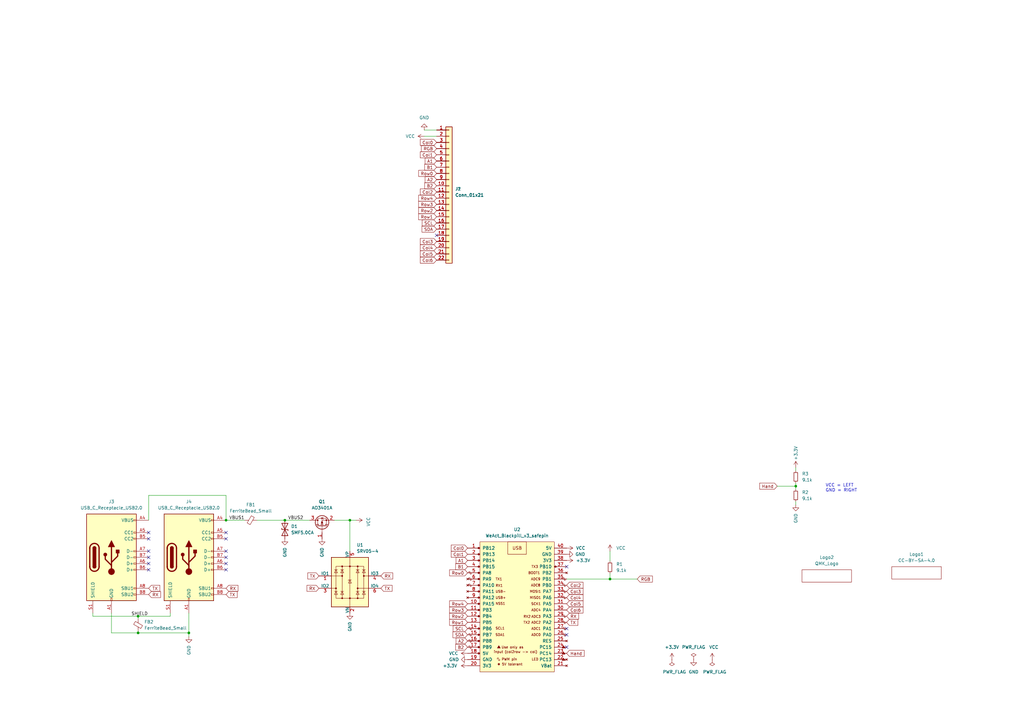
<source format=kicad_sch>
(kicad_sch (version 20211123) (generator eeschema)
  (paper "A3")
  (title_block (title "RefleXion 65 - MCU Module") (date "2022-10-10") (rev "v1.0.0") (company "Tweety's Wild Thinking") (comment 1 "Design: Markus Knutsson <markus.knutsson@tweety.se>") (comment 2 "Concept: Pedro Quaresma <pq@live.ie>") (comment 3 "https://github.com/TweetyDaBird") (comment 4 "Licensed under Creative Commons BY-SA 4.0 International"))
  (lib_symbols
    (symbol "Connector:USB_C_Receptacle_USB2.0" (pin_names (offset 1.016))
      (property "Reference" "J" (at -10.16 19.05 0))
      (property "Value" "USB_C_Receptacle_USB2.0" (at 19.05 19.05 0))
      (symbol "USB_C_Receptacle_USB2.0_0_0"
        (rectangle (start -0.254 -17.78) (end 0.254 -16.764))
        (rectangle (start 10.16 -14.986) (end 9.144 -15.494))
        (rectangle (start 10.16 -12.446) (end 9.144 -12.954))
        (rectangle (start 10.16 -4.826) (end 9.144 -5.334))
        (rectangle (start 10.16 -2.286) (end 9.144 -2.794))
        (rectangle (start 10.16 0.254) (end 9.144 -0.254))
        (rectangle (start 10.16 2.794) (end 9.144 2.286))
        (rectangle (start 10.16 7.874) (end 9.144 7.366))
        (rectangle (start 10.16 10.414) (end 9.144 9.906))
        (rectangle (start 10.16 15.494) (end 9.144 14.986))
      )
      (symbol "USB_C_Receptacle_USB2.0_0_1"
        (rectangle (start -10.16 17.78) (end 10.16 -17.78) (stroke (width 0.254)) (fill (type background)))
        (arc (start -8.89 -3.81) (mid -6.985 -5.715) (end -5.08 -3.81) (stroke (width 0.508)))
        (arc (start -7.62 -3.81) (mid -6.985 -4.445) (end -6.35 -3.81) (stroke (width 0.254)))
        (arc (start -7.62 -3.81) (mid -6.985 -4.445) (end -6.35 -3.81) (stroke (width 0.254)) (fill (type outline)))
        (rectangle (start -7.62 -3.81) (end -6.35 3.81) (stroke (width 0.254)) (fill (type outline)))
        (arc (start -6.35 3.81) (mid -6.985 4.445) (end -7.62 3.81) (stroke (width 0.254)))
        (arc (start -6.35 3.81) (mid -6.985 4.445) (end -7.62 3.81) (stroke (width 0.254)) (fill (type outline)))
        (arc (start -5.08 3.81) (mid -6.985 5.715) (end -8.89 3.81) (stroke (width 0.508)))
        (circle (center -2.54 1.143) (radius 0.635) (stroke (width 0.254)) (fill (type outline)))
        (circle (center 0 -5.842) (radius 1.27) (fill (type outline)))
        (polyline (pts (xy -8.89 -3.81) (xy -8.89 3.81)) (stroke (width 0.508)))
        (polyline (pts (xy -5.08 3.81) (xy -5.08 -3.81)) (stroke (width 0.508)))
        (polyline (pts (xy 0 -5.842) (xy 0 4.318)) (stroke (width 0.508)))
        (polyline (pts (xy 0 -3.302) (xy -2.54 -0.762) (xy -2.54 0.508)) (stroke (width 0.508)))
        (polyline (pts (xy 0 -2.032) (xy 2.54 0.508) (xy 2.54 1.778)) (stroke (width 0.508)))
        (polyline (pts (xy -1.27 4.318) (xy 0 6.858) (xy 1.27 4.318) (xy -1.27 4.318)) (stroke (width 0.254)) (fill (type outline)))
        (rectangle (start 1.905 1.778) (end 3.175 3.048) (stroke (width 0.254)) (fill (type outline)))
      )
      (symbol "USB_C_Receptacle_USB2.0_1_1"
        (pin passive line (at 0 -22.86 90) (length 5.08) (name "GND") (number "A1"))
        (pin passive line (at 0 -22.86 90) (length 5.08) hide (name "GND") (number "A12"))
        (pin passive line (at 15.24 15.24 180) (length 5.08) (name "VBUS") (number "A4"))
        (pin bidirectional line (at 15.24 10.16 180) (length 5.08) (name "CC1") (number "A5"))
        (pin bidirectional line (at 15.24 -2.54 180) (length 5.08) (name "D+") (number "A6"))
        (pin bidirectional line (at 15.24 2.54 180) (length 5.08) (name "D-") (number "A7"))
        (pin bidirectional line (at 15.24 -12.7 180) (length 5.08) (name "SBU1") (number "A8"))
        (pin passive line (at 15.24 15.24 180) (length 5.08) hide (name "VBUS") (number "A9"))
        (pin passive line (at 0 -22.86 90) (length 5.08) hide (name "GND") (number "B1"))
        (pin passive line (at 0 -22.86 90) (length 5.08) hide (name "GND") (number "B12"))
        (pin passive line (at 15.24 15.24 180) (length 5.08) hide (name "VBUS") (number "B4"))
        (pin bidirectional line (at 15.24 7.62 180) (length 5.08) (name "CC2") (number "B5"))
        (pin bidirectional line (at 15.24 -5.08 180) (length 5.08) (name "D+") (number "B6"))
        (pin bidirectional line (at 15.24 0 180) (length 5.08) (name "D-") (number "B7"))
        (pin bidirectional line (at 15.24 -15.24 180) (length 5.08) (name "SBU2") (number "B8"))
        (pin passive line (at 15.24 15.24 180) (length 5.08) hide (name "VBUS") (number "B9"))
        (pin passive line (at -7.62 -22.86 90) (length 5.08) (name "SHIELD") (number "S1"))
      )
    )
    (symbol "Connector_Generic:Conn_01x22" (pin_names (offset 1.016) hide)
      (property "Reference" "J" (at 0 27.94 0))
      (property "Value" "Conn_01x22" (at 0 -30.48 0))
      (symbol "Conn_01x22_1_1"
        (rectangle (start -1.27 -27.813) (end 0 -28.067) (stroke (width 0.1524)))
        (rectangle (start -1.27 -25.273) (end 0 -25.527) (stroke (width 0.1524)))
        (rectangle (start -1.27 -22.733) (end 0 -22.987) (stroke (width 0.1524)))
        (rectangle (start -1.27 -20.193) (end 0 -20.447) (stroke (width 0.1524)))
        (rectangle (start -1.27 -17.653) (end 0 -17.907) (stroke (width 0.1524)))
        (rectangle (start -1.27 -15.113) (end 0 -15.367) (stroke (width 0.1524)))
        (rectangle (start -1.27 -12.573) (end 0 -12.827) (stroke (width 0.1524)))
        (rectangle (start -1.27 -10.033) (end 0 -10.287) (stroke (width 0.1524)))
        (rectangle (start -1.27 -7.493) (end 0 -7.747) (stroke (width 0.1524)))
        (rectangle (start -1.27 -4.953) (end 0 -5.207) (stroke (width 0.1524)))
        (rectangle (start -1.27 -2.413) (end 0 -2.667) (stroke (width 0.1524)))
        (rectangle (start -1.27 0.127) (end 0 -0.127) (stroke (width 0.1524)))
        (rectangle (start -1.27 2.667) (end 0 2.413) (stroke (width 0.1524)))
        (rectangle (start -1.27 5.207) (end 0 4.953) (stroke (width 0.1524)))
        (rectangle (start -1.27 7.747) (end 0 7.493) (stroke (width 0.1524)))
        (rectangle (start -1.27 10.287) (end 0 10.033) (stroke (width 0.1524)))
        (rectangle (start -1.27 12.827) (end 0 12.573) (stroke (width 0.1524)))
        (rectangle (start -1.27 15.367) (end 0 15.113) (stroke (width 0.1524)))
        (rectangle (start -1.27 17.907) (end 0 17.653) (stroke (width 0.1524)))
        (rectangle (start -1.27 20.447) (end 0 20.193) (stroke (width 0.1524)))
        (rectangle (start -1.27 22.987) (end 0 22.733) (stroke (width 0.1524)))
        (rectangle (start -1.27 25.527) (end 0 25.273) (stroke (width 0.1524)))
        (rectangle (start -1.27 26.67) (end 1.27 -29.21) (stroke (width 0.254)) (fill (type background)))
        (pin passive line (at -5.08 25.4 0) (length 3.81) (name "Pin_1") (number "1"))
        (pin passive line (at -5.08 2.54 0) (length 3.81) (name "Pin_10") (number "10"))
        (pin passive line (at -5.08 0 0) (length 3.81) (name "Pin_11") (number "11"))
        (pin passive line (at -5.08 -2.54 0) (length 3.81) (name "Pin_12") (number "12"))
        (pin passive line (at -5.08 -5.08 0) (length 3.81) (name "Pin_13") (number "13"))
        (pin passive line (at -5.08 -7.62 0) (length 3.81) (name "Pin_14") (number "14"))
        (pin passive line (at -5.08 -10.16 0) (length 3.81) (name "Pin_15") (number "15"))
        (pin passive line (at -5.08 -12.7 0) (length 3.81) (name "Pin_16") (number "16"))
        (pin passive line (at -5.08 -15.24 0) (length 3.81) (name "Pin_17") (number "17"))
        (pin passive line (at -5.08 -17.78 0) (length 3.81) (name "Pin_18") (number "18"))
        (pin passive line (at -5.08 -20.32 0) (length 3.81) (name "Pin_19") (number "19"))
        (pin passive line (at -5.08 22.86 0) (length 3.81) (name "Pin_2") (number "2"))
        (pin passive line (at -5.08 -22.86 0) (length 3.81) (name "Pin_20") (number "20"))
        (pin passive line (at -5.08 -25.4 0) (length 3.81) (name "Pin_21") (number "21"))
        (pin passive line (at -5.08 -27.94 0) (length 3.81) (name "Pin_22") (number "22"))
        (pin passive line (at -5.08 20.32 0) (length 3.81) (name "Pin_3") (number "3"))
        (pin passive line (at -5.08 17.78 0) (length 3.81) (name "Pin_4") (number "4"))
        (pin passive line (at -5.08 15.24 0) (length 3.81) (name "Pin_5") (number "5"))
        (pin passive line (at -5.08 12.7 0) (length 3.81) (name "Pin_6") (number "6"))
        (pin passive line (at -5.08 10.16 0) (length 3.81) (name "Pin_7") (number "7"))
        (pin passive line (at -5.08 7.62 0) (length 3.81) (name "Pin_8") (number "8"))
        (pin passive line (at -5.08 5.08 0) (length 3.81) (name "Pin_9") (number "9"))
      )
    )
    (symbol "Device:FerriteBead_Small" (pin_numbers hide) (pin_names (offset 0))
      (property "Reference" "FB" (at 1.905 1.27 0))
      (property "Value" "FerriteBead_Small" (at 1.905 -1.27 0))
      (symbol "FerriteBead_Small_0_1"
        (polyline (pts (xy 0 -1.27) (xy 0 -0.7874)))
        (polyline (pts (xy 0 0.889) (xy 0 1.2954)))
        (polyline (pts (xy -1.8288 0.2794) (xy -1.1176 1.4986) (xy 1.8288 -0.2032) (xy 1.1176 -1.4224) (xy -1.8288 0.2794)))
      )
      (symbol "FerriteBead_Small_1_1"
        (pin passive line (at 0 2.54 270) (length 1.27) (name "~") (number "1"))
        (pin passive line (at 0 -2.54 90) (length 1.27) (name "~") (number "2"))
      )
    )
    (symbol "Device:R_Small" (pin_numbers hide) (pin_names (offset 0.254) hide)
      (property "Reference" "R" (at 0.762 0.508 0))
      (property "Value" "R_Small" (at 0.762 -1.016 0))
      (symbol "R_Small_0_1"
        (rectangle (start -0.762 1.778) (end 0.762 -1.778) (stroke (width 0.2032)))
      )
      (symbol "R_Small_1_1"
        (pin passive line (at 0 2.54 270) (length 0.762) (name "~") (number "1"))
        (pin passive line (at 0 -2.54 90) (length 0.762) (name "~") (number "2"))
      )
    )
    (symbol "Keyboard Common:SMF5.0CA" (pin_numbers hide) (pin_names (offset 1.016) hide)
      (property "Reference" "D39" (at 2.54 0 90))
      (property "Value" "SMF5.0CA" (at 2.54 -2.54 90))
      (symbol "SMF5.0CA_0_1"
        (polyline (pts (xy 1.27 0) (xy -1.27 0)))
        (polyline (pts (xy 0.508 1.27) (xy 0 1.27) (xy 0 -1.27) (xy -0.508 -1.27)) (stroke (width 0.254)))
        (polyline (pts (xy -2.54 1.27) (xy -2.54 -1.27) (xy 2.54 1.27) (xy 2.54 -1.27) (xy -2.54 1.27)) (stroke (width 0.254)))
      )
      (symbol "SMF5.0CA_1_1"
        (pin passive line (at -3.81 0 0) (length 2.54) (name "A1") (number "1"))
        (pin passive line (at 3.81 0 180) (length 2.54) (name "A2") (number "2"))
      )
    )
    (symbol "Keyboard Controllers:WeAct_Blackpill_v3_safepin" (pin_names (offset 1.016))
      (property "Reference" "U" (at -12.7 27.94 0))
      (property "Value" "WeAct_Blackpill_v3_safepin" (at 0 2.54 90))
      (symbol "WeAct_Blackpill_v3_safepin_0_0"
        (circle (center -15.748 -20.32) (radius 0.3556) (fill (type outline)))
        (circle (center -15.748 -17.78) (radius 0.3556) (fill (type outline)))
        (circle (center -15.748 -15.24) (radius 0.3556) (fill (type outline)))
        (circle (center -15.748 -12.7) (radius 0.3556) (fill (type outline)))
        (circle (center -15.748 -10.16) (radius 0.3556) (fill (type outline)))
        (circle (center -15.748 -5.08) (radius 0.3556) (fill (type outline)))
        (circle (center -15.748 -2.54) (radius 0.3556) (fill (type outline)))
        (circle (center -15.748 0) (radius 0.3556) (fill (type outline)))
        (circle (center -15.748 2.54) (radius 0.3556) (fill (type outline)))
        (circle (center -15.748 5.08) (radius 0.3556) (fill (type outline)))
        (circle (center -15.748 7.62) (radius 0.3556) (fill (type outline)))
        (circle (center -15.748 10.16) (radius 0.3556) (fill (type outline)))
        (circle (center -15.748 12.7) (radius 0.3556) (fill (type outline)))
        (circle (center -15.748 15.24) (radius 0.3556) (fill (type outline)))
        (circle (center -15.748 17.78) (radius 0.3556) (fill (type outline)))
        (circle (center -15.748 22.86) (radius 0.3556) (fill (type outline)))
        (circle (center -7.493 -24.765) (radius 0.127) (fill (type outline)))
        (circle (center -7.493 -24.765) (radius 0.254))
        (circle (center -7.493 -24.765) (radius 0.3556))
        (polyline (pts (xy -8.128 -18.161) (xy -7.493 -17.145) (xy -6.858 -18.161) (xy -8.128 -18.161) (xy -7.493 -17.272) (xy -6.985 -18.161) (xy -8.001 -18.034) (xy -7.493 -17.399) (xy -7.112 -18.161) (xy -7.874 -17.907) (xy -7.366 -17.526) (xy -7.239 -18.161) (xy -7.747 -17.78) (xy -7.239 -17.653) (xy -7.366 -18.034) (xy -7.62 -17.78) (xy -7.366 -17.907) (xy -7.493 -17.653)))
        (polyline (pts (xy 18.415 -23.241) (xy 19.05 -22.225) (xy 19.685 -23.241) (xy 18.415 -23.241) (xy 19.05 -22.352) (xy 19.558 -23.241) (xy 18.542 -23.114) (xy 19.05 -22.479) (xy 19.431 -23.241) (xy 18.669 -22.987) (xy 19.177 -22.606) (xy 19.304 -23.241) (xy 18.796 -22.86) (xy 19.304 -22.733) (xy 19.177 -23.114) (xy 18.923 -22.86) (xy 19.177 -22.987) (xy 19.05 -22.733)))
        (polyline (pts (xy 18.415 -20.701) (xy 19.05 -19.685) (xy 19.685 -20.701) (xy 18.415 -20.701) (xy 19.05 -19.812) (xy 19.558 -20.701) (xy 18.542 -20.574) (xy 19.05 -19.939) (xy 19.431 -20.701) (xy 18.669 -20.447) (xy 19.177 -20.066) (xy 19.304 -20.701) (xy 18.796 -20.32) (xy 19.304 -20.193) (xy 19.177 -20.574) (xy 18.923 -20.32) (xy 19.177 -20.447) (xy 19.05 -20.193)))
        (polyline (pts (xy 18.415 -18.161) (xy 19.05 -17.145) (xy 19.685 -18.161) (xy 18.415 -18.161) (xy 19.05 -17.272) (xy 19.558 -18.161) (xy 18.542 -18.034) (xy 19.05 -17.399) (xy 19.431 -18.161) (xy 18.669 -17.907) (xy 19.177 -17.526) (xy 19.304 -18.161) (xy 18.796 -17.78) (xy 19.304 -17.653) (xy 19.177 -18.034) (xy 18.923 -17.78) (xy 19.177 -17.907) (xy 19.05 -17.653)))
        (circle (center 15.748 15.24) (radius 0.254) (fill (type outline)))
        (circle (center 15.748 15.24) (radius 0.3556))
        (text "5V tolerant" (at -2.032 -24.765 0) (effects (font (size 0.9906 0.9906))))
        (text "ADC0" (at 7.747 -12.7 0) (effects (font (size 0.9906 0.9906))))
        (text "ADC1" (at 7.747 -10.16 0) (effects (font (size 0.9906 0.9906))))
        (text "ADC2" (at 7.747 -7.62 0) (effects (font (size 0.9906 0.9906))))
        (text "ADC3" (at 7.747 -5.207 0) (effects (font (size 0.9906 0.9906))))
        (text "ADC4" (at 7.747 -2.54 0) (effects (font (size 0.9906 0.9906))))
        (text "ADC8" (at 7.62 7.62 0) (effects (font (size 0.9906 0.9906))))
        (text "ADC9" (at 7.62 10.16 0) (effects (font (size 0.9906 0.9906))))
        (text "BOOT1" (at 6.985 12.7 0) (effects (font (size 0.9906 0.9906))))
        (text "input (col2row -> col)" (at -0.635 -19.685 0) (effects (font (size 0.9906 0.9906))))
        (text "LED" (at 7.366 -22.733 0) (effects (font (size 0.9906 0.9906))))
        (text "MISO1" (at 7.493 2.54 0) (effects (font (size 0.9906 0.9906))))
        (text "MOSI1" (at 7.493 5.08 0) (effects (font (size 0.9906 0.9906))))
        (text "NSS1" (at -6.858 0.127 0) (effects (font (size 0.9906 0.9906))))
        (text "PWM pin" (at -3.175 -22.733 0) (effects (font (size 0.9906 0.9906))))
        (text "RX1" (at -7.366 7.493 0) (effects (font (size 0.9906 0.9906))))
        (text "RX2" (at 4.064 -5.207 0) (effects (font (size 0.9906 0.9906))))
        (text "SCK1" (at 7.747 0 0) (effects (font (size 0.9906 0.9906))))
        (text "SCL1" (at -6.985 -10.033 0) (effects (font (size 0.9906 0.9906))))
        (text "SDA1" (at -6.985 -12.7 0) (effects (font (size 0.9906 0.9906))))
        (text "TX1" (at -7.493 10.16 0) (effects (font (size 0.9906 0.9906))))
        (text "TX2" (at 3.937 -7.62 0) (effects (font (size 0.9906 0.9906))))
        (text "TX3" (at 7.239 15.24 0) (effects (font (size 0.9906 0.9906))))
        (text "USB" (at 0 22.86 0) (effects (font (size 1.27 1.27))))
        (text "USB+" (at -6.731 2.54 0) (effects (font (size 0.9906 0.9906))))
        (text "USB-" (at -6.731 5.08 0) (effects (font (size 0.9906 0.9906))))
        (text "Use only as" (at -1.905 -17.78 0) (effects (font (size 0.9906 0.9906))))
      )
      (symbol "WeAct_Blackpill_v3_safepin_0_1"
        (rectangle (start -15.24 25.4) (end 15.24 -27.94) (fill (type background)))
        (polyline (pts (xy -18.796 -17.78) (xy -18.796 -18.288) (xy -19.304 -18.288) (xy -19.304 -17.272) (xy -19.812 -17.272) (xy -19.812 -17.78)))
        (polyline (pts (xy -18.796 -15.24) (xy -18.796 -15.748) (xy -19.304 -15.748) (xy -19.304 -14.732) (xy -19.812 -14.732) (xy -19.812 -15.24)))
        (polyline (pts (xy -18.796 -12.7) (xy -18.796 -13.208) (xy -19.304 -13.208) (xy -19.304 -12.192) (xy -19.812 -12.192) (xy -19.812 -12.7)))
        (polyline (pts (xy -18.796 -10.16) (xy -18.796 -10.668) (xy -19.304 -10.668) (xy -19.304 -9.652) (xy -19.812 -9.652) (xy -19.812 -10.16)))
        (polyline (pts (xy -18.796 7.62) (xy -18.796 7.112) (xy -19.304 7.112) (xy -19.304 8.128) (xy -19.812 8.128) (xy -19.812 7.62)))
        (polyline (pts (xy -18.796 10.16) (xy -18.796 9.652) (xy -19.304 9.652) (xy -19.304 10.668) (xy -19.812 10.668) (xy -19.812 10.16)))
        (polyline (pts (xy -18.796 12.7) (xy -18.796 12.192) (xy -19.304 12.192) (xy -19.304 13.208) (xy -19.812 13.208) (xy -19.812 12.7)))
        (polyline (pts (xy -7.112 -22.733) (xy -7.112 -23.241) (xy -7.62 -23.241) (xy -7.62 -22.225) (xy -8.128 -22.225) (xy -8.128 -22.733)))
        (polyline (pts (xy 19.812 -12.7) (xy 19.812 -13.208) (xy 19.304 -13.208) (xy 19.304 -12.192) (xy 18.796 -12.192) (xy 18.796 -12.7)))
        (polyline (pts (xy 19.812 -10.16) (xy 19.812 -10.668) (xy 19.304 -10.668) (xy 19.304 -9.652) (xy 18.796 -9.652) (xy 18.796 -10.16)))
        (polyline (pts (xy 19.812 -7.62) (xy 19.812 -8.128) (xy 19.304 -8.128) (xy 19.304 -7.112) (xy 18.796 -7.112) (xy 18.796 -7.62)))
        (polyline (pts (xy 19.812 -5.08) (xy 19.812 -5.588) (xy 19.304 -5.588) (xy 19.304 -4.572) (xy 18.796 -4.572) (xy 18.796 -5.08)))
        (polyline (pts (xy 19.812 2.54) (xy 19.812 2.032) (xy 19.304 2.032) (xy 19.304 3.048) (xy 18.796 3.048) (xy 18.796 2.54)))
        (polyline (pts (xy 19.812 5.08) (xy 19.812 4.572) (xy 19.304 4.572) (xy 19.304 5.588) (xy 18.796 5.588) (xy 18.796 5.08)))
        (polyline (pts (xy 19.812 7.62) (xy 19.812 7.112) (xy 19.304 7.112) (xy 19.304 8.128) (xy 18.796 8.128) (xy 18.796 7.62)))
        (polyline (pts (xy 19.812 10.16) (xy 19.812 9.652) (xy 19.304 9.652) (xy 19.304 10.668) (xy 18.796 10.668) (xy 18.796 10.16)))
        (rectangle (start 3.81 25.4) (end -3.81 20.32))
      )
      (symbol "WeAct_Blackpill_v3_safepin_1_1"
        (circle (center -15.748 20.32) (radius 0.3556) (fill (type outline)))
        (pin bidirectional line (at -20.32 22.86 0) (length 5.08) (name "PB12") (number "1"))
        (pin bidirectional line (at -20.32 0 0) (length 5.08) (name "PA15") (number "10"))
        (pin bidirectional line (at -20.32 -2.54 0) (length 5.08) (name "PB3") (number "11"))
        (pin bidirectional line (at -20.32 -5.08 0) (length 5.08) (name "PB4") (number "12"))
        (pin bidirectional line (at -20.32 -7.62 0) (length 5.08) (name "PB5") (number "13"))
        (pin bidirectional line (at -20.32 -10.16 0) (length 5.08) (name "PB6") (number "14"))
        (pin bidirectional line (at -20.32 -12.7 0) (length 5.08) (name "PB7") (number "15"))
        (pin bidirectional line (at -20.32 -15.24 0) (length 5.08) (name "PB8") (number "16"))
        (pin bidirectional line (at -20.32 -17.78 0) (length 5.08) (name "PB9") (number "17"))
        (pin power_in line (at -20.32 -20.32 0) (length 5.08) (name "5V") (number "18"))
        (pin power_in line (at -20.32 -22.86 0) (length 5.08) (name "GND") (number "19"))
        (pin bidirectional line (at -20.32 20.32 0) (length 5.08) (name "PB13") (number "2"))
        (pin power_in line (at -20.32 -25.4 0) (length 5.08) (name "3V3") (number "20"))
        (pin no_connect line (at 20.32 -25.4 180) (length 5.08) (name "VBat") (number "21"))
        (pin no_connect line (at 20.32 -22.86 180) (length 5.08) (name "PC13") (number "22"))
        (pin bidirectional line (at 20.32 -20.32 180) (length 5.08) (name "PC14") (number "23"))
        (pin bidirectional line (at 20.32 -17.78 180) (length 5.08) (name "PC15") (number "24"))
        (pin no_connect line (at 20.32 -15.24 180) (length 5.08) (name "RES") (number "25"))
        (pin bidirectional line (at 20.32 -12.7 180) (length 5.08) (name "PA0") (number "26"))
        (pin bidirectional line (at 20.32 -10.16 180) (length 5.08) (name "PA1") (number "27"))
        (pin bidirectional line (at 20.32 -7.62 180) (length 5.08) (name "PA2") (number "28"))
        (pin bidirectional line (at 20.32 -5.08 180) (length 5.08) (name "PA3") (number "29"))
        (pin bidirectional line (at -20.32 17.78 0) (length 5.08) (name "PB14") (number "3"))
        (pin bidirectional line (at 20.32 -2.54 180) (length 5.08) (name "PA4") (number "30"))
        (pin bidirectional line (at 20.32 0 180) (length 5.08) (name "PA5") (number "31"))
        (pin bidirectional line (at 20.32 2.54 180) (length 5.08) (name "PA6") (number "32"))
        (pin bidirectional line (at 20.32 5.08 180) (length 5.08) (name "PA7") (number "33"))
        (pin bidirectional line (at 20.32 7.62 180) (length 5.08) (name "PB0") (number "34"))
        (pin bidirectional line (at 20.32 10.16 180) (length 5.08) (name "PB1") (number "35"))
        (pin no_connect line (at 20.32 12.7 180) (length 5.08) (name "PB2") (number "36"))
        (pin bidirectional line (at 20.32 15.24 180) (length 5.08) (name "PB10") (number "37"))
        (pin power_in line (at 20.32 17.78 180) (length 5.08) (name "3V3") (number "38"))
        (pin power_in line (at 20.32 20.32 180) (length 5.08) (name "GND") (number "39"))
        (pin bidirectional line (at -20.32 15.24 0) (length 5.08) (name "PB15") (number "4"))
        (pin power_in line (at 20.32 22.86 180) (length 5.08) (name "5V") (number "40"))
        (pin bidirectional line (at -20.32 12.7 0) (length 5.08) (name "PA8") (number "5"))
        (pin no_connect line (at -20.32 10.16 0) (length 5.08) (name "PA9") (number "6"))
        (pin no_connect line (at -20.32 7.62 0) (length 5.08) (name "PA10") (number "7"))
        (pin no_connect line (at -20.32 5.08 0) (length 5.08) (name "PA11") (number "8"))
        (pin no_connect line (at -20.32 2.54 0) (length 5.08) (name "PA12") (number "9"))
      )
    )
    (symbol "Logotypes:CC-BY-SA-4.0" (pin_names (offset 1.016))
      (property "Reference" "Logo" (at 0 1.27 0))
      (property "Value" "CC-BY-SA-4.0" (at 0 -1.27 0))
      (symbol "CC-BY-SA-4.0_0_1"
        (rectangle (start -10.16 2.54) (end 10.16 -2.54))
      )
    )
    (symbol "Logotypes:QMK_Logo" (pin_numbers hide) (pin_names (offset 0) hide) (in_bom no)
      (property "Reference" "Logo" (at 0 0 0))
      (property "Value" "QMK_Logo" (at 0 2.54 0))
      (symbol "QMK_Logo_0_1"
        (rectangle (start -10.16 3.81) (end 10.16 -1.27))
      )
    )
    (symbol "Power_Protection:SRV05-4" (pin_names (offset 0))
      (property "Reference" "U" (at -5.08 11.43 0))
      (property "Value" "SRV05-4" (at 2.54 11.43 0))
      (symbol "SRV05-4_0_0"
        (rectangle (start -5.715 6.477) (end 5.715 -6.604))
        (polyline (pts (xy -3.175 -6.604) (xy -3.175 6.477)))
        (polyline (pts (xy 3.175 6.477) (xy 3.175 -6.604)))
      )
      (symbol "SRV05-4_0_1"
        (rectangle (start -7.62 10.16) (end 7.62 -10.16) (stroke (width 0.254)) (fill (type background)))
        (circle (center -5.715 -2.54) (radius 0.2794) (fill (type outline)))
        (circle (center -3.175 -6.604) (radius 0.2794) (fill (type outline)))
        (circle (center -3.175 2.54) (radius 0.2794) (fill (type outline)))
        (circle (center -3.175 6.477) (radius 0.2794) (fill (type outline)))
        (circle (center 0 -6.604) (radius 0.2794) (fill (type outline)))
        (polyline (pts (xy -7.747 2.54) (xy -3.175 2.54)))
        (polyline (pts (xy -7.62 -2.54) (xy -5.715 -2.54)))
        (polyline (pts (xy -5.08 -3.81) (xy -6.35 -3.81)))
        (polyline (pts (xy -5.08 5.08) (xy -6.35 5.08)))
        (polyline (pts (xy -2.54 -3.81) (xy -3.81 -3.81)))
        (polyline (pts (xy -2.54 5.08) (xy -3.81 5.08)))
        (polyline (pts (xy 0 10.16) (xy 0 -10.16)))
        (polyline (pts (xy 3.81 -3.81) (xy 2.54 -3.81)))
        (polyline (pts (xy 3.81 5.08) (xy 2.54 5.08)))
        (polyline (pts (xy 6.35 -3.81) (xy 5.08 -3.81)))
        (polyline (pts (xy 6.35 5.08) (xy 5.08 5.08)))
        (polyline (pts (xy 7.62 -2.54) (xy 3.175 -2.54)))
        (polyline (pts (xy 7.62 2.54) (xy 5.715 2.54)))
        (polyline (pts (xy 0.635 0.889) (xy -0.635 0.889) (xy -0.635 0.635)))
        (polyline (pts (xy -5.08 -5.08) (xy -6.35 -5.08) (xy -5.715 -3.81) (xy -5.08 -5.08)))
        (polyline (pts (xy -5.08 3.81) (xy -6.35 3.81) (xy -5.715 5.08) (xy -5.08 3.81)))
        (polyline (pts (xy -2.54 -5.08) (xy -3.81 -5.08) (xy -3.175 -3.81) (xy -2.54 -5.08)))
        (polyline (pts (xy -2.54 3.81) (xy -3.81 3.81) (xy -3.175 5.08) (xy -2.54 3.81)))
        (polyline (pts (xy 0.635 -0.381) (xy -0.635 -0.381) (xy 0 0.889) (xy 0.635 -0.381)))
        (polyline (pts (xy 3.81 -5.08) (xy 2.54 -5.08) (xy 3.175 -3.81) (xy 3.81 -5.08)))
        (polyline (pts (xy 3.81 3.81) (xy 2.54 3.81) (xy 3.175 5.08) (xy 3.81 3.81)))
        (polyline (pts (xy 6.35 -5.08) (xy 5.08 -5.08) (xy 5.715 -3.81) (xy 6.35 -5.08)))
        (polyline (pts (xy 6.35 3.81) (xy 5.08 3.81) (xy 5.715 5.08) (xy 6.35 3.81)))
        (circle (center 0 6.477) (radius 0.2794) (fill (type outline)))
        (circle (center 3.175 -6.604) (radius 0.2794) (fill (type outline)))
        (circle (center 3.175 -2.54) (radius 0.2794) (fill (type outline)))
        (circle (center 3.175 6.477) (radius 0.2794) (fill (type outline)))
        (circle (center 5.715 2.54) (radius 0.2794) (fill (type outline)))
      )
      (symbol "SRV05-4_1_1"
        (pin passive line (at -12.7 2.54 0) (length 5.08) (name "IO1") (number "1"))
        (pin passive line (at 0 -12.7 90) (length 2.54) (name "VN") (number "2"))
        (pin passive line (at -12.7 -2.54 0) (length 5.08) (name "IO2") (number "3"))
        (pin passive line (at 12.7 2.54 180) (length 5.08) (name "IO3") (number "4"))
        (pin passive line (at 0 12.7 270) (length 2.54) (name "VP") (number "5"))
        (pin passive line (at 12.7 -2.54 180) (length 5.08) (name "IO4") (number "6"))
      )
    )
    (symbol "Transistor_FET:AO3401A" (pin_names hide)
      (property "Reference" "Q" (at 5.08 1.905 0))
      (property "Value" "AO3401A" (at 5.08 0 0))
      (symbol "AO3401A_0_1"
        (polyline (pts (xy 0.254 0) (xy -2.54 0)))
        (polyline (pts (xy 0.254 1.905) (xy 0.254 -1.905)) (stroke (width 0.254)))
        (polyline (pts (xy 0.762 -1.27) (xy 0.762 -2.286)) (stroke (width 0.254)))
        (polyline (pts (xy 0.762 0.508) (xy 0.762 -0.508)) (stroke (width 0.254)))
        (polyline (pts (xy 0.762 2.286) (xy 0.762 1.27)) (stroke (width 0.254)))
        (polyline (pts (xy 2.54 2.54) (xy 2.54 1.778)))
        (polyline (pts (xy 2.54 -2.54) (xy 2.54 0) (xy 0.762 0)))
        (polyline (pts (xy 0.762 1.778) (xy 3.302 1.778) (xy 3.302 -1.778) (xy 0.762 -1.778)))
        (polyline (pts (xy 2.286 0) (xy 1.27 0.381) (xy 1.27 -0.381) (xy 2.286 0)) (fill (type outline)))
        (polyline (pts (xy 2.794 -0.508) (xy 2.921 -0.381) (xy 3.683 -0.381) (xy 3.81 -0.254)))
        (polyline (pts (xy 3.302 -0.381) (xy 2.921 0.254) (xy 3.683 0.254) (xy 3.302 -0.381)))
        (circle (center 1.651 0) (radius 2.794) (stroke (width 0.254)))
        (circle (center 2.54 -1.778) (radius 0.254) (fill (type outline)))
        (circle (center 2.54 1.778) (radius 0.254) (fill (type outline)))
      )
      (symbol "AO3401A_1_1"
        (pin input line (at -5.08 0 0) (length 2.54) (name "G") (number "1"))
        (pin passive line (at 2.54 -5.08 90) (length 2.54) (name "S") (number "2"))
        (pin passive line (at 2.54 5.08 270) (length 2.54) (name "D") (number "3"))
      )
    )
    (symbol "power:+3.3V" (power) (pin_names (offset 0))
      (property "Value" "+3.3V" (at 0 3.556 0))
      (symbol "+3.3V_0_1"
        (polyline (pts (xy -0.762 1.27) (xy 0 2.54)))
        (polyline (pts (xy 0 0) (xy 0 2.54)))
        (polyline (pts (xy 0 2.54) (xy 0.762 1.27)))
      )
      (symbol "+3.3V_1_1"
        (pin power_in line (at 0 0 90) (length 0) hide (name "+3.3V") (number "1"))
      )
    )
    (symbol "power:GND" (power) (pin_names (offset 0))
      (property "Value" "GND" (at 0 -3.81 0))
      (symbol "GND_0_1"
        (polyline (pts (xy 0 0) (xy 0 -1.27) (xy 1.27 -1.27) (xy 0 -2.54) (xy -1.27 -1.27) (xy 0 -1.27)))
      )
      (symbol "GND_1_1"
        (pin power_in line (at 0 0 270) (length 0) hide (name "GND") (number "1"))
      )
    )
    (symbol "power:PWR_FLAG" (power) (pin_numbers hide) (pin_names (offset 0) hide)
      (property "Value" "PWR_FLAG" (at 0 3.81 0))
      (symbol "PWR_FLAG_0_0"
        (pin power_out line (at 0 0 90) (length 0) (name "pwr") (number "1"))
      )
      (symbol "PWR_FLAG_0_1"
        (polyline (pts (xy 0 0) (xy 0 1.27) (xy -1.016 1.905) (xy 0 2.54) (xy 1.016 1.905) (xy 0 1.27)))
      )
    )
    (symbol "power:VCC" (power) (pin_names (offset 0))
      (property "Value" "VCC" (at 0 3.81 0))
      (symbol "VCC_0_1"
        (polyline (pts (xy -0.762 1.27) (xy 0 2.54)))
        (polyline (pts (xy 0 0) (xy 0 2.54)))
        (polyline (pts (xy 0 2.54) (xy 0.762 1.27)))
      )
      (symbol "VCC_1_1"
        (pin power_in line (at 0 0 90) (length 0) hide (name "VCC") (number "1"))
      )
    )
  )
  (junction (at 326.39 199.39))
  (junction (at 56.642 259.588))
  (junction (at 250.19 237.49))
  (junction (at 116.84 213.36))
  (junction (at 92.71 213.36))
  (junction (at 143.51 213.36))
  (junction (at 56.642 252.73))
  (junction (at 77.47 259.588))
  (no_connect (at 232.41 257.81))
  (no_connect (at 232.41 260.35))
  (no_connect (at 232.41 232.41))
  (no_connect (at 179.07 96.52))
  (no_connect (at 232.41 265.43))
  (no_connect (at 60.96 228.6))
  (no_connect (at 60.96 231.14))
  (no_connect (at 60.96 218.44))
  (no_connect (at 60.96 233.68))
  (no_connect (at 60.96 226.06))
  (no_connect (at 60.96 220.98))
  (no_connect (at 92.71 233.68))
  (no_connect (at 92.71 231.14))
  (no_connect (at 92.71 220.98))
  (no_connect (at 92.71 228.6))
  (no_connect (at 92.71 226.06))
  (no_connect (at 92.71 218.44))
  (wire (pts (xy 326.39 205.74) (xy 326.39 207.01)))
  (wire (pts (xy 77.47 259.588) (xy 56.642 259.588)))
  (wire (pts (xy 250.19 226.06) (xy 250.19 230.124)))
  (wire (pts (xy 77.47 261.112) (xy 77.47 259.588)))
  (wire (pts (xy 326.39 198.12) (xy 326.39 199.39)))
  (wire (pts (xy 143.51 213.36) (xy 146.05 213.36)))
  (wire (pts (xy 92.71 203.2) (xy 60.96 203.2)))
  (wire (pts (xy 173.99 53.34) (xy 179.07 53.34)))
  (wire (pts (xy 92.71 213.36) (xy 92.71 203.2)))
  (wire (pts (xy 116.84 213.36) (xy 127 213.36)))
  (wire (pts (xy 56.642 259.588) (xy 56.642 258.826)))
  (wire (pts (xy 143.51 213.36) (xy 143.51 226.06)))
  (wire (pts (xy 38.1 252.73) (xy 56.642 252.73)))
  (wire (pts (xy 326.39 199.39) (xy 326.39 200.66)))
  (wire (pts (xy 137.16 213.36) (xy 143.51 213.36)))
  (wire (pts (xy 326.39 191.77) (xy 326.39 193.04)))
  (wire (pts (xy 92.71 213.36) (xy 100.33 213.36)))
  (wire (pts (xy 38.1 252.73) (xy 38.1 251.46)))
  (wire (pts (xy 56.642 253.746) (xy 56.642 252.73)))
  (wire (pts (xy 318.77 199.39) (xy 326.39 199.39)))
  (wire (pts (xy 250.19 235.204) (xy 250.19 237.49)))
  (wire (pts (xy 105.41 213.36) (xy 116.84 213.36)))
  (wire (pts (xy 56.642 259.588) (xy 45.72 259.588)))
  (wire (pts (xy 173.99 55.88) (xy 179.07 55.88)))
  (wire (pts (xy 261.366 237.49) (xy 250.19 237.49)))
  (wire (pts (xy 45.72 251.46) (xy 45.72 259.588)))
  (wire (pts (xy 250.19 237.49) (xy 232.41 237.49)))
  (wire (pts (xy 77.47 251.46) (xy 77.47 259.588)))
  (wire (pts (xy 60.96 203.2) (xy 60.96 213.36)))
  (wire (pts (xy 69.85 252.73) (xy 69.85 251.46)))
  (wire (pts (xy 56.642 252.73) (xy 69.85 252.73)))
  (text "VCC = LEFT\nGND = RIGHT\n" (at 338.582 201.93 0) (effects (font (size 1.27 1.27)) (justify left bottom)))
  (label "VBUS2" (at 118.11 213.36 0))
  (label "VBUS1" (at 93.98 213.36 0))
  (label "SHIELD" (at 53.848 252.73 0))
  (global_label "Row4" (shape input) (at 179.07 81.28 180) (property "Intersheet References" "${INTERSHEET_REFS}" (effects hide)))
  (global_label "RX" (shape input) (at 232.41 252.73 0) (property "Intersheet References" "${INTERSHEET_REFS}" (effects hide)))
  (global_label "RX" (shape input) (at 60.96 243.84 0) (property "Intersheet References" "${INTERSHEET_REFS}" (effects hide)))
  (global_label "Col3" (shape input) (at 179.07 99.06 180) (property "Intersheet References" "${INTERSHEET_REFS}" (effects hide)))
  (global_label "RX" (shape input) (at 130.81 241.3 180) (property "Intersheet References" "${INTERSHEET_REFS}" (effects hide)))
  (global_label "Col0" (shape input) (at 191.77 224.79 180) (property "Intersheet References" "${INTERSHEET_REFS}" (effects hide)))
  (global_label "Hand" (shape input) (at 318.77 199.39 180) (property "Intersheet References" "${INTERSHEET_REFS}" (effects hide)))
  (global_label "B2" (shape input) (at 179.07 76.2 180) (property "Intersheet References" "${INTERSHEET_REFS}" (effects hide)))
  (global_label "RX" (shape input) (at 156.21 236.22 0) (property "Intersheet References" "${INTERSHEET_REFS}" (effects hide)))
  (global_label "B1" (shape input) (at 191.77 232.41 180) (property "Intersheet References" "${INTERSHEET_REFS}" (effects hide)))
  (global_label "A1" (shape input) (at 179.07 66.04 180) (property "Intersheet References" "${INTERSHEET_REFS}" (effects hide)))
  (global_label "Col2" (shape input) (at 179.07 78.74 180) (property "Intersheet References" "${INTERSHEET_REFS}" (effects hide)))
  (global_label "TX" (shape input) (at 130.81 236.22 180) (property "Intersheet References" "${INTERSHEET_REFS}" (effects hide)))
  (global_label "SCL" (shape input) (at 179.07 91.44 180) (property "Intersheet References" "${INTERSHEET_REFS}" (effects hide)))
  (global_label "A1" (shape input) (at 191.77 229.87 180) (property "Intersheet References" "${INTERSHEET_REFS}" (effects hide)))
  (global_label "Row1" (shape input) (at 179.07 88.9 180) (property "Intersheet References" "${INTERSHEET_REFS}" (effects hide)))
  (global_label "Col2" (shape input) (at 232.41 240.03 0) (property "Intersheet References" "${INTERSHEET_REFS}" (effects hide)))
  (global_label "TX" (shape input) (at 60.96 241.3 0) (property "Intersheet References" "${INTERSHEET_REFS}" (effects hide)))
  (global_label "Row2" (shape input) (at 191.77 252.73 180) (property "Intersheet References" "${INTERSHEET_REFS}" (effects hide)))
  (global_label "RX" (shape input) (at 92.71 241.3 0) (property "Intersheet References" "${INTERSHEET_REFS}" (effects hide)))
  (global_label "SDA" (shape input) (at 179.07 93.98 180) (property "Intersheet References" "${INTERSHEET_REFS}" (effects hide)))
  (global_label "Col5" (shape input) (at 232.41 247.65 0) (property "Intersheet References" "${INTERSHEET_REFS}" (effects hide)))
  (global_label "TX" (shape input) (at 156.21 241.3 0) (property "Intersheet References" "${INTERSHEET_REFS}" (effects hide)))
  (global_label "Col5" (shape input) (at 179.07 104.14 180) (property "Intersheet References" "${INTERSHEET_REFS}" (effects hide)))
  (global_label "RGB" (shape input) (at 179.07 60.96 180) (property "Intersheet References" "${INTERSHEET_REFS}" (effects hide)))
  (global_label "A2" (shape input) (at 191.77 262.89 180) (property "Intersheet References" "${INTERSHEET_REFS}" (effects hide)))
  (global_label "TX" (shape input) (at 92.71 243.84 0) (property "Intersheet References" "${INTERSHEET_REFS}" (effects hide)))
  (global_label "Row4" (shape input) (at 191.77 247.65 180) (property "Intersheet References" "${INTERSHEET_REFS}" (effects hide)))
  (global_label "Row2" (shape input) (at 179.07 86.36 180) (property "Intersheet References" "${INTERSHEET_REFS}" (effects hide)))
  (global_label "B1" (shape input) (at 179.07 68.58 180) (property "Intersheet References" "${INTERSHEET_REFS}" (effects hide)))
  (global_label "Col6" (shape input) (at 179.07 106.68 180) (property "Intersheet References" "${INTERSHEET_REFS}" (effects hide)))
  (global_label "RGB" (shape input) (at 261.366 237.49 0) (property "Intersheet References" "${INTERSHEET_REFS}" (effects hide)))
  (global_label "Col0" (shape input) (at 179.07 58.42 180) (property "Intersheet References" "${INTERSHEET_REFS}" (effects hide)))
  (global_label "B2" (shape input) (at 191.77 265.43 180) (property "Intersheet References" "${INTERSHEET_REFS}" (effects hide)))
  (global_label "Row0" (shape input) (at 191.77 234.95 180) (property "Intersheet References" "${INTERSHEET_REFS}" (effects hide)))
  (global_label "Col1" (shape input) (at 191.77 227.33 180) (property "Intersheet References" "${INTERSHEET_REFS}" (effects hide)))
  (global_label "Col6" (shape input) (at 232.41 250.19 0) (property "Intersheet References" "${INTERSHEET_REFS}" (effects hide)))
  (global_label "SCL" (shape input) (at 191.77 257.81 180) (property "Intersheet References" "${INTERSHEET_REFS}" (effects hide)))
  (global_label "Row3" (shape input) (at 179.07 83.82 180) (property "Intersheet References" "${INTERSHEET_REFS}" (effects hide)))
  (global_label "Hand" (shape input) (at 232.41 267.97 0) (property "Intersheet References" "${INTERSHEET_REFS}" (effects hide)))
  (global_label "Row3" (shape input) (at 191.77 250.19 180) (property "Intersheet References" "${INTERSHEET_REFS}" (effects hide)))
  (global_label "Row1" (shape input) (at 191.77 255.27 180) (property "Intersheet References" "${INTERSHEET_REFS}" (effects hide)))
  (global_label "TX" (shape input) (at 232.41 255.27 0) (property "Intersheet References" "${INTERSHEET_REFS}" (effects hide)))
  (global_label "A2" (shape input) (at 179.07 73.66 180) (property "Intersheet References" "${INTERSHEET_REFS}" (effects hide)))
  (global_label "SDA" (shape input) (at 191.77 260.35 180) (property "Intersheet References" "${INTERSHEET_REFS}" (effects hide)))
  (global_label "Col4" (shape input) (at 179.07 101.6 180) (property "Intersheet References" "${INTERSHEET_REFS}" (effects hide)))
  (global_label "Col1" (shape input) (at 179.07 63.5 180) (property "Intersheet References" "${INTERSHEET_REFS}" (effects hide)))
  (global_label "Col4" (shape input) (at 232.41 245.11 0) (property "Intersheet References" "${INTERSHEET_REFS}" (effects hide)))
  (global_label "Row0" (shape input) (at 179.07 71.12 180) (property "Intersheet References" "${INTERSHEET_REFS}" (effects hide)))
  (global_label "Col3" (shape input) (at 232.41 242.57 0) (property "Intersheet References" "${INTERSHEET_REFS}" (effects hide)))
  (symbol (lib_id "Power_Protection:SRV05-4") (at 143.51 238.76 0) (unit 1)
    (property "Reference" "U1" (at 146.2787 223.52 0) (effects (justify left)))
    (property "Value" "SRV05-4" (at 146.2787 226.06 0) (effects (justify left)))
    (property "Footprint" "Package_TO_SOT_SMD:SOT-23-6_Handsoldering" (effects hide))
    (property "Datasheet" "http://www.onsemi.com/pub/Collateral/SRV05-4-D.PDF" (effects hide))
  )
  (symbol (lib_id "Device:R_Small") (at 250.19 232.664 0) (unit 1)
    (property "Reference" "R1" (at 252.73 231.3939 0) (effects (justify left)))
    (property "Value" "9.1k" (at 252.73 233.9339 0) (effects (justify left)))
    (property "Footprint" "Resistor_SMD:R_0603_1608Metric_Pad0.98x0.95mm_HandSolder" (effects hide))
  )
  (symbol (lib_id "power:GND") (at 191.77 270.51 270) (unit 1)
    (property "Reference" "#PWR015" (effects hide))
    (property "Value" "GND" (at 184.15 270.51 90) (effects (justify left)))
  )
  (symbol (lib_id "power:GND") (at 232.41 227.33 90) (unit 1)
    (property "Reference" "#PWR010" (effects hide))
    (property "Value" "GND" (at 240.03 227.33 90) (effects (justify left)))
  )
  (symbol (lib_id "power:GND") (at 326.39 207.01 0) (unit 1)
    (property "Reference" "#PWR04" (effects hide))
    (property "Value" "GND" (at 326.39 214.63 90) (effects (justify left)))
  )
  (symbol (lib_id "Device:R_Small") (at 326.39 203.2 0) (unit 1)
    (property "Reference" "R2" (at 328.93 201.9299 0) (effects (justify left)))
    (property "Value" "9.1k" (at 328.93 204.4699 0) (effects (justify left)))
    (property "Footprint" "Resistor_SMD:R_0603_1608Metric_Pad0.98x0.95mm_HandSolder" (effects hide))
  )
  (symbol (lib_id "power:+3.3V") (at 326.39 191.77 0) (unit 1)
    (property "Reference" "#PWR03" (effects hide))
    (property "Value" "+3.3V" (at 326.39 182.88 90) (effects (justify right)))
  )
  (symbol (lib_id "Logotypes:QMK_Logo") (at 339.09 237.49 0) (unit 1) (in_bom no)
    (property "Reference" "Logo2" (at 339.09 228.6 0))
    (property "Value" "QMK_Logo" (at 339.09 231.14 0))
    (property "Footprint" "Logotypes:Powered_by_QMK" (effects hide))
  )
  (symbol (lib_id "power:VCC") (at 191.77 267.97 90) (unit 1)
    (property "Reference" "#PWR014" (effects hide))
    (property "Value" "VCC" (at 187.96 267.9699 90) (effects (justify left)))
  )
  (symbol (lib_id "power:VCC") (at 232.41 224.79 270) (unit 1)
    (property "Reference" "#PWR08" (effects hide))
    (property "Value" "VCC" (at 236.22 224.7899 90) (effects (justify left)))
  )
  (symbol (lib_id "Device:FerriteBead_Small") (at 56.642 256.286 180) (unit 1)
    (property "Reference" "FB2" (at 59.182 255.054 0) (effects (justify right)))
    (property "Value" "FerriteBead_Small" (at 59.182 257.594 0) (effects (justify right)))
    (property "Footprint" "Capacitor_SMD:C_0805_2012Metric_Pad1.18x1.45mm_HandSolder" (effects hide))
  )
  (symbol (lib_id "Device:R_Small") (at 326.39 195.58 0) (unit 1)
    (property "Reference" "R3" (at 328.93 194.3099 0) (effects (justify left)))
    (property "Value" "9.1k" (at 328.93 196.8499 0) (effects (justify left)))
    (property "Footprint" "Resistor_SMD:R_0603_1608Metric_Pad0.98x0.95mm_HandSolder" (effects hide))
  )
  (symbol (lib_id "power:GND") (at 116.84 220.98 0) (unit 1)
    (property "Reference" "#PWR06" (effects hide))
    (property "Value" "GND" (at 116.84 228.6 90) (effects (justify left)))
  )
  (symbol (lib_id "Connector:USB_C_Receptacle_USB2.0") (at 77.47 228.6 0) (unit 1)
    (property "Reference" "J4" (at 77.47 205.74 0))
    (property "Value" "USB_C_Receptacle_USB2.0" (at 77.47 208.28 0))
    (property "Footprint" "Keyboard Common:HRO_TYPE-C-31-M-12" (effects hide))
    (property "Datasheet" "https://www.usb.org/sites/default/files/documents/usb_type-c.zip" (effects hide))
  )
  (symbol (lib_id "power:GND") (at 143.51 251.46 0) (unit 1)
    (property "Reference" "#PWR012" (effects hide))
    (property "Value" "GND" (at 143.51 259.08 90) (effects (justify left)))
  )
  (symbol (lib_id "Connector_Generic:Conn_01x22") (at 184.15 78.74 0) (unit 1)
    (property "Reference" "J1" (at 186.69 77.4699 0) (effects (justify left)))
    (property "Value" "Conn_01x21" (at 186.69 80.0099 0) (effects (justify left)))
    (property "Footprint" "Connector_PinHeader_2.54mm:PinHeader_1x22_P2.54mm_Vertical" (effects hide))
  )
  (symbol (lib_id "power:GND") (at 173.99 53.34 0) (mirror x) (unit 1)
    (property "Reference" "#PWR01" (effects hide))
    (property "Value" "GND" (at 173.99 48.26 0))
  )
  (symbol (lib_id "power:VCC") (at 250.19 226.06 0) (mirror y) (unit 1)
    (property "Reference" "#PWR09" (effects hide))
    (property "Value" "VCC" (at 252.73 224.7899 0) (effects (justify right)))
  )
  (symbol (lib_id "power:PWR_FLAG") (at 275.59 270.51 180) (unit 1)
    (property "Reference" "#FLG01" (effects hide))
    (property "Value" "PWR_FLAG" (at 271.78 275.59 0) (effects (justify right)))
  )
  (symbol (lib_id "power:+3.3V") (at 275.59 270.51 0) (unit 1)
    (property "Reference" "#PWR016" (effects hide))
    (property "Value" "+3.3V" (at 275.59 265.43 0))
  )
  (symbol (lib_id "Connector:USB_C_Receptacle_USB2.0") (at 45.72 228.6 0) (unit 1)
    (property "Reference" "J3" (at 45.72 205.74 0))
    (property "Value" "USB_C_Receptacle_USB2.0" (at 45.72 208.28 0))
    (property "Footprint" "Keyboard Common:HRO_TYPE-C-31-M-12" (effects hide))
    (property "Datasheet" "https://www.usb.org/sites/default/files/documents/usb_type-c.zip" (effects hide))
  )
  (symbol (lib_id "Logotypes:CC-BY-SA-4.0") (at 375.92 234.95 0) (unit 1)
    (property "Reference" "Logo1" (at 375.92 227.33 0))
    (property "Value" "CC-BY-SA-4.0" (at 375.92 229.87 0))
    (property "Footprint" "Logotypes:CC_BY_SA_40" (effects hide))
  )
  (symbol (lib_id "Device:FerriteBead_Small") (at 102.87 213.36 90) (unit 1)
    (property "Reference" "FB1" (at 102.8319 207.01 90))
    (property "Value" "FerriteBead_Small" (at 102.8319 209.55 90))
    (property "Footprint" "Capacitor_SMD:C_0805_2012Metric_Pad1.18x1.45mm_HandSolder" (effects hide))
  )
  (symbol (lib_id "Transistor_FET:AO3401A") (at 132.08 215.9 90) (unit 1)
    (property "Reference" "Q1" (at 132.08 205.74 90))
    (property "Value" "AO3401A" (at 132.08 208.28 90))
    (property "Footprint" "Package_TO_SOT_SMD:SOT-23" (effects hide))
    (property "Datasheet" "http://www.aosmd.com/pdfs/datasheet/AO3401A.pdf" (effects hide))
  )
  (symbol (lib_id "power:GND") (at 132.08 220.98 0) (unit 1)
    (property "Reference" "#PWR07" (effects hide))
    (property "Value" "GND" (at 132.08 228.6 90) (effects (justify left)))
  )
  (symbol (lib_id "power:+3.3V") (at 232.41 229.87 270) (unit 1)
    (property "Reference" "#PWR011" (effects hide))
    (property "Value" "+3.3V" (at 236.22 229.8699 90) (effects (justify left)))
  )
  (symbol (lib_id "Keyboard Common:SMF5.0CA") (at 116.84 217.17 90) (unit 1)
    (property "Reference" "D1" (at 119.38 215.8999 90) (effects (justify right)))
    (property "Value" "SMF5.0CA" (at 119.38 218.4399 90) (effects (justify right)))
    (property "Footprint" "Diode_SMD:D_SOD-123" (effects hide))
  )
  (symbol (lib_id "power:GND") (at 77.47 261.112 0) (unit 1)
    (property "Reference" "#PWR013" (effects hide))
    (property "Value" "GND" (at 77.47 268.732 90) (effects (justify left)))
  )
  (symbol (lib_id "Keyboard Controllers:WeAct_Blackpill_v3_safepin") (at 212.09 247.65 0) (unit 1)
    (property "Reference" "U2" (at 212.09 217.17 0))
    (property "Value" "WeAct_Blackpill_v3_safepin" (at 212.09 219.71 0))
    (property "Footprint" "Keyboard Controllers:WeAct_BlackPill_3_reverse_mount" (effects hide))
  )
  (symbol (lib_id "Connector_Generic:Conn_01x22") (at 184.15 78.74 0) (unit 1)
    (property "Reference" "J2" (at 186.69 77.4699 0) (effects (justify left)))
    (property "Value" "Conn_01x21" (at 186.69 80.0099 0) (effects (justify left)))
    (property "Footprint" "Connector_PinHeader_2.54mm:PinHeader_1x22_P2.54mm_Vertical" (effects hide))
  )
  (symbol (lib_id "power:PWR_FLAG") (at 284.48 270.51 0) (unit 1)
    (property "Reference" "#FLG02" (effects hide))
    (property "Value" "PWR_FLAG" (at 284.48 265.43 0))
  )
  (symbol (lib_id "power:VCC") (at 292.1 270.51 0) (unit 1)
    (property "Reference" "#PWR018" (effects hide))
    (property "Value" "VCC" (at 290.83 265.43 0) (effects (justify left)))
  )
  (symbol (lib_id "power:VCC") (at 146.05 213.36 270) (unit 1)
    (property "Reference" "#PWR05" (effects hide))
    (property "Value" "VCC" (at 151.13 212.09 0) (effects (justify left)))
  )
  (symbol (lib_id "power:+3.3V") (at 191.77 273.05 90) (unit 1)
    (property "Reference" "#PWR019" (effects hide))
    (property "Value" "+3.3V" (at 181.61 273.05 90) (effects (justify right)))
  )
  (symbol (lib_id "power:PWR_FLAG") (at 292.1 270.51 180) (unit 1)
    (property "Reference" "#FLG03" (effects hide))
    (property "Value" "PWR_FLAG" (at 288.29 275.59 0) (effects (justify right)))
  )
  (symbol (lib_id "power:VCC") (at 173.99 55.88 90) (mirror x) (unit 1)
    (property "Reference" "#PWR02" (effects hide))
    (property "Value" "VCC" (at 170.18 55.8801 90) (effects (justify left)))
  )
  (symbol (lib_id "power:GND") (at 284.48 270.51 0) (unit 1)
    (property "Reference" "#PWR017" (effects hide))
    (property "Value" "GND" (at 284.48 275.59 0))
  )
)
</source>
